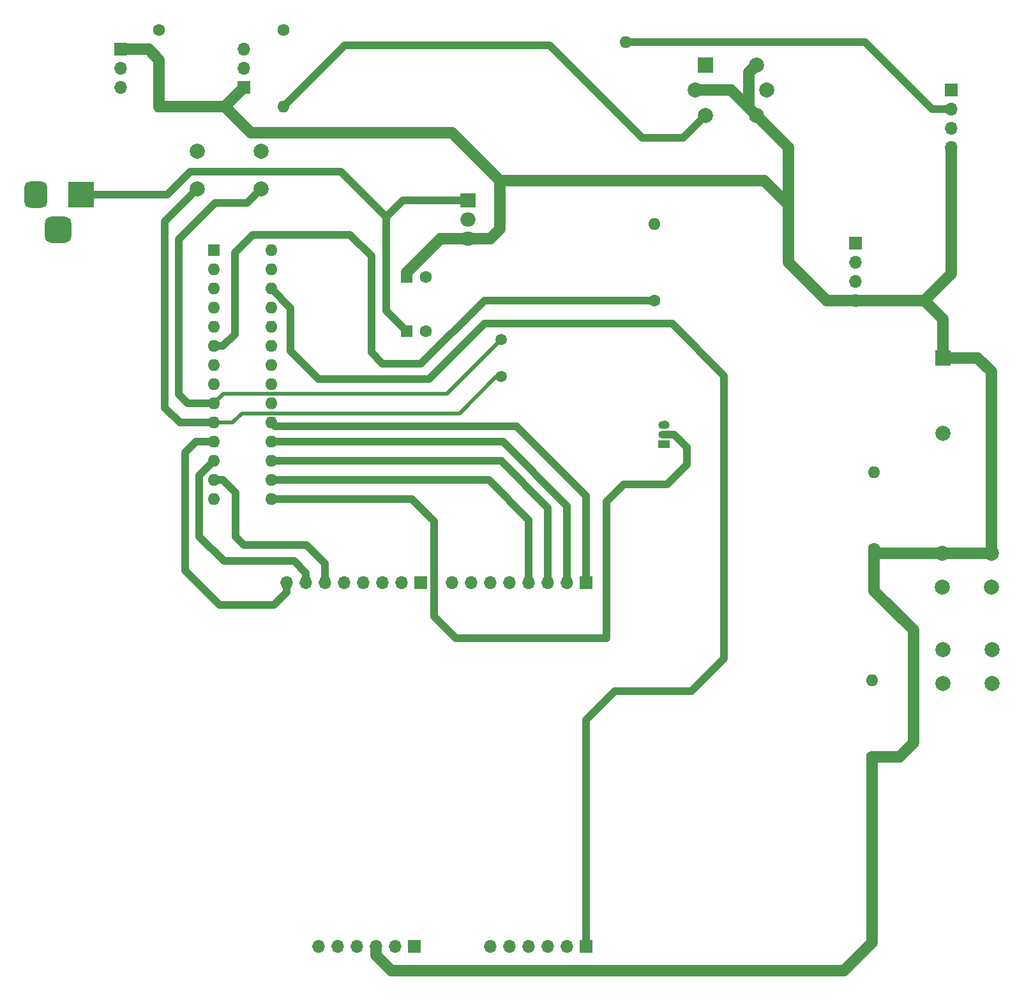
<source format=gbr>
%TF.GenerationSoftware,KiCad,Pcbnew,(6.0.7)*%
%TF.CreationDate,2022-11-30T09:47:03-03:00*%
%TF.ProjectId,E3_Gas_Leak_Safety_System,45335f47-6173-45f4-9c65-616b5f536166,rev?*%
%TF.SameCoordinates,Original*%
%TF.FileFunction,Copper,L1,Top*%
%TF.FilePolarity,Positive*%
%FSLAX46Y46*%
G04 Gerber Fmt 4.6, Leading zero omitted, Abs format (unit mm)*
G04 Created by KiCad (PCBNEW (6.0.7)) date 2022-11-30 09:47:03*
%MOMM*%
%LPD*%
G01*
G04 APERTURE LIST*
G04 Aperture macros list*
%AMRoundRect*
0 Rectangle with rounded corners*
0 $1 Rounding radius*
0 $2 $3 $4 $5 $6 $7 $8 $9 X,Y pos of 4 corners*
0 Add a 4 corners polygon primitive as box body*
4,1,4,$2,$3,$4,$5,$6,$7,$8,$9,$2,$3,0*
0 Add four circle primitives for the rounded corners*
1,1,$1+$1,$2,$3*
1,1,$1+$1,$4,$5*
1,1,$1+$1,$6,$7*
1,1,$1+$1,$8,$9*
0 Add four rect primitives between the rounded corners*
20,1,$1+$1,$2,$3,$4,$5,0*
20,1,$1+$1,$4,$5,$6,$7,0*
20,1,$1+$1,$6,$7,$8,$9,0*
20,1,$1+$1,$8,$9,$2,$3,0*%
G04 Aperture macros list end*
%TA.AperFunction,ComponentPad*%
%ADD10R,2.000000X2.000000*%
%TD*%
%TA.AperFunction,ComponentPad*%
%ADD11C,2.000000*%
%TD*%
%TA.AperFunction,ComponentPad*%
%ADD12C,1.600000*%
%TD*%
%TA.AperFunction,ComponentPad*%
%ADD13O,1.600000X1.600000*%
%TD*%
%TA.AperFunction,ComponentPad*%
%ADD14R,3.500000X3.500000*%
%TD*%
%TA.AperFunction,ComponentPad*%
%ADD15RoundRect,0.750000X-0.750000X-1.000000X0.750000X-1.000000X0.750000X1.000000X-0.750000X1.000000X0*%
%TD*%
%TA.AperFunction,ComponentPad*%
%ADD16RoundRect,0.875000X-0.875000X-0.875000X0.875000X-0.875000X0.875000X0.875000X-0.875000X0.875000X0*%
%TD*%
%TA.AperFunction,ComponentPad*%
%ADD17R,1.700000X1.700000*%
%TD*%
%TA.AperFunction,ComponentPad*%
%ADD18O,1.700000X1.700000*%
%TD*%
%TA.AperFunction,ComponentPad*%
%ADD19R,1.600000X1.600000*%
%TD*%
%TA.AperFunction,ComponentPad*%
%ADD20R,2.000000X1.905000*%
%TD*%
%TA.AperFunction,ComponentPad*%
%ADD21O,2.000000X1.905000*%
%TD*%
%TA.AperFunction,ComponentPad*%
%ADD22R,1.500000X1.050000*%
%TD*%
%TA.AperFunction,ComponentPad*%
%ADD23O,1.500000X1.050000*%
%TD*%
%TA.AperFunction,ComponentPad*%
%ADD24C,1.500000*%
%TD*%
%TA.AperFunction,Conductor*%
%ADD25C,1.500000*%
%TD*%
%TA.AperFunction,Conductor*%
%ADD26C,1.000000*%
%TD*%
%TA.AperFunction,Conductor*%
%ADD27C,0.500000*%
%TD*%
%TA.AperFunction,Conductor*%
%ADD28C,0.250000*%
%TD*%
G04 APERTURE END LIST*
D10*
%TO.P,U3-MQ6,1,B1*%
%TO.N,MQ6_AI_In*%
X136340000Y-34740000D03*
D11*
%TO.P,U3-MQ6,2,VH+*%
%TO.N,VCC*%
X134950000Y-38100000D03*
%TO.P,U3-MQ6,3,B2*%
%TO.N,Net-(R3-Pad2)*%
X136340000Y-41460000D03*
%TO.P,U3-MQ6,4,A2*%
%TO.N,VCC*%
X143060000Y-41460000D03*
%TO.P,U3-MQ6,5,VH-*%
%TO.N,GND*%
X144450000Y-38100000D03*
%TO.P,U3-MQ6,6,A1*%
%TO.N,VCC*%
X143060000Y-34740000D03*
%TD*%
D12*
%TO.P,R1,1*%
%TO.N,Botao_ON{slash}OFF_DI_In*%
X129540000Y-66040000D03*
D13*
%TO.P,R1,2*%
%TO.N,GND*%
X129540000Y-55880000D03*
%TD*%
D11*
%TO.P,C2,1*%
%TO.N,GND*%
X77400000Y-46200000D03*
%TO.P,C2,2*%
%TO.N,XTAL1*%
X77400000Y-51200000D03*
%TD*%
D14*
%TO.P,J1,1*%
%TO.N,Net-(C3-Pad1)*%
X53500000Y-51942500D03*
D15*
%TO.P,J1,2*%
%TO.N,GND*%
X47500000Y-51942500D03*
D16*
%TO.P,J1,3*%
%TO.N,N/C*%
X50500000Y-56642500D03*
%TD*%
D12*
%TO.P,R5,1*%
%TO.N,VCC*%
X158700000Y-98980000D03*
D13*
%TO.P,R5,2*%
%TO.N,IR2_In*%
X158700000Y-88820000D03*
%TD*%
D12*
%TO.P,R4,1*%
%TO.N,VCC*%
X158400000Y-126580000D03*
D13*
%TO.P,R4,2*%
%TO.N,IR1_In*%
X158400000Y-116420000D03*
%TD*%
D12*
%TO.P,R2,1*%
%TO.N,unconnected-(R2-Pad1)*%
X63870000Y-30120000D03*
D13*
%TO.P,R2,2*%
%TO.N,VCC*%
X63870000Y-40280000D03*
%TD*%
D17*
%TO.P,J2-IR1,1,Pin_1*%
%TO.N,VCC*%
X58790000Y-32675000D03*
D18*
%TO.P,J2-IR1,2,Pin_2*%
%TO.N,GND*%
X58790000Y-35215000D03*
%TO.P,J2-IR1,3,Pin_3*%
%TO.N,IR1_In*%
X58790000Y-37755000D03*
%TD*%
D17*
%TO.P,J4-MQ7,1,Pin_1*%
%TO.N,unconnected-(J4-MQ7-Pad1)*%
X156210000Y-58420000D03*
D18*
%TO.P,J4-MQ7,2,Pin_2*%
%TO.N,MQ7_DI_In*%
X156210000Y-60960000D03*
%TO.P,J4-MQ7,3,Pin_3*%
%TO.N,GND*%
X156210000Y-63500000D03*
%TO.P,J4-MQ7,4,Pin_4*%
%TO.N,VCC*%
X156210000Y-66040000D03*
%TD*%
D17*
%TO.P,J8-LCD_Source1,1,Pin_1*%
%TO.N,unconnected-(J8-LCD_Source1-Pad1)*%
X97700000Y-151660000D03*
D18*
%TO.P,J8-LCD_Source1,2,Pin_2*%
%TO.N,unconnected-(J8-LCD_Source1-Pad2)*%
X95160000Y-151660000D03*
%TO.P,J8-LCD_Source1,3,Pin_3*%
%TO.N,VCC*%
X92620000Y-151660000D03*
%TO.P,J8-LCD_Source1,4,Pin_4*%
%TO.N,GND*%
X90080000Y-151660000D03*
%TO.P,J8-LCD_Source1,5,Pin_5*%
%TO.N,unconnected-(J8-LCD_Source1-Pad5)*%
X87540000Y-151660000D03*
%TO.P,J8-LCD_Source1,6,Pin_6*%
%TO.N,unconnected-(J8-LCD_Source1-Pad6)*%
X85000000Y-151660000D03*
%TD*%
D19*
%TO.P,C3,1*%
%TO.N,Net-(C3-Pad1)*%
X96700000Y-70100000D03*
D12*
%TO.P,C3,2*%
%TO.N,GND*%
X99200000Y-70100000D03*
%TD*%
D19*
%TO.P,C4,1*%
%TO.N,VCC*%
X96700000Y-62865000D03*
D12*
%TO.P,C4,2*%
%TO.N,GND*%
X99200000Y-62865000D03*
%TD*%
D13*
%TO.P,,80,PC4*%
%TO.N,MQ4_DI_In*%
X125730000Y-31750000D03*
%TD*%
D20*
%TO.P,U2,1,VI*%
%TO.N,Net-(C3-Pad1)*%
X104800000Y-52700000D03*
D21*
%TO.P,U2,2,GND*%
%TO.N,GND*%
X104800000Y-55240000D03*
%TO.P,U2,3,VO*%
%TO.N,VCC*%
X104800000Y-57780000D03*
%TD*%
D11*
%TO.P,J11-Reset1,1,Pin_1*%
%TO.N,GND*%
X174350000Y-112350000D03*
X167850000Y-112350000D03*
%TO.P,J11-Reset1,2,Pin_2*%
%TO.N,unconnected-(J11-Reset1-Pad2)*%
X167850000Y-116850000D03*
X174350000Y-116850000D03*
%TD*%
D17*
%TO.P,J7-LCD_Digital_Pins_1,1,Pin_1*%
%TO.N,BIT4_LCD_DI_Out*%
X120500000Y-103400000D03*
D18*
%TO.P,J7-LCD_Digital_Pins_1,2,Pin_2*%
%TO.N,BIT3_LCD_DI_Out*%
X117960000Y-103400000D03*
%TO.P,J7-LCD_Digital_Pins_1,3,Pin_3*%
%TO.N,BIT2_LCD_DI_Out*%
X115420000Y-103400000D03*
%TO.P,J7-LCD_Digital_Pins_1,4,Pin_4*%
%TO.N,BIT1_LCD_DI_Out*%
X112880000Y-103400000D03*
%TO.P,J7-LCD_Digital_Pins_1,5,Pin_5*%
%TO.N,unconnected-(J7-LCD_Digital_Pins_1-Pad5)*%
X110340000Y-103400000D03*
%TO.P,J7-LCD_Digital_Pins_1,6,Pin_6*%
%TO.N,unconnected-(J7-LCD_Digital_Pins_1-Pad6)*%
X107800000Y-103400000D03*
%TO.P,J7-LCD_Digital_Pins_1,7,Pin_7*%
%TO.N,unconnected-(J7-LCD_Digital_Pins_1-Pad7)*%
X105260000Y-103400000D03*
%TO.P,J7-LCD_Digital_Pins_1,8,Pin_8*%
%TO.N,unconnected-(J7-LCD_Digital_Pins_1-Pad8)*%
X102720000Y-103400000D03*
%TD*%
D10*
%TO.P,BZ1,1,-*%
%TO.N,VCC*%
X167800000Y-73600000D03*
D11*
%TO.P,BZ1,2,+*%
%TO.N,Net-(BZ1-Pad2)*%
X167800000Y-83600000D03*
%TD*%
D22*
%TO.P,Q1,1,S*%
%TO.N,GND*%
X130810000Y-85090000D03*
D23*
%TO.P,Q1,2,G*%
%TO.N,Buzzer_DI_Out*%
X130810000Y-83820000D03*
%TO.P,Q1,3,D*%
%TO.N,Net-(BZ1-Pad2)*%
X130810000Y-82550000D03*
%TD*%
D24*
%TO.P,Y1,1,1*%
%TO.N,XTAL1*%
X109220000Y-71210000D03*
%TO.P,Y1,2,2*%
%TO.N,XTAL2*%
X109220000Y-76110000D03*
%TD*%
D17*
%TO.P,J5-MQ4,1,Pin_1*%
%TO.N,unconnected-(J5-MQ4-Pad1)*%
X168910000Y-38100000D03*
D18*
%TO.P,J5-MQ4,2,Pin_2*%
%TO.N,MQ4_DI_In*%
X168910000Y-40640000D03*
%TO.P,J5-MQ4,3,Pin_3*%
%TO.N,GND*%
X168910000Y-43180000D03*
%TO.P,J5-MQ4,4,Pin_4*%
%TO.N,VCC*%
X168910000Y-45720000D03*
%TD*%
D11*
%TO.P,J10-Botton_On/Off1,1,Pin_1*%
%TO.N,VCC*%
X174250000Y-99550000D03*
X167750000Y-99550000D03*
%TO.P,J10-Botton_On/Off1,2,Pin_2*%
%TO.N,unconnected-(J10-Botton_On/Off1-Pad2)*%
X174250000Y-104050000D03*
X167750000Y-104050000D03*
%TD*%
D19*
%TO.P,U1,1,~{RESET}/PC6*%
%TO.N,Reset_DI_In*%
X71120000Y-59365000D03*
D13*
%TO.P,U1,2,PD0*%
%TO.N,unconnected-(U1-Pad2)*%
X71120000Y-61905000D03*
%TO.P,U1,3,PD1*%
%TO.N,unconnected-(U1-Pad3)*%
X71120000Y-64445000D03*
%TO.P,U1,4,PD2*%
%TO.N,IR1_In*%
X71120000Y-66985000D03*
%TO.P,U1,5,PD3*%
%TO.N,IR2_In*%
X71120000Y-69525000D03*
%TO.P,U1,6,PD4*%
%TO.N,Botao_ON{slash}OFF_DI_In*%
X71120000Y-72065000D03*
%TO.P,U1,7,VCC*%
%TO.N,VCC*%
X71120000Y-74605000D03*
%TO.P,U1,8,GND*%
%TO.N,GND*%
X71120000Y-77145000D03*
%TO.P,U1,9,XTAL1/PB6*%
%TO.N,XTAL1*%
X71120000Y-79685000D03*
%TO.P,U1,10,XTAL2/PB7*%
%TO.N,XTAL2*%
X71120000Y-82225000D03*
%TO.P,U1,11,PD5*%
%TO.N,RS_LCD_Out*%
X71120000Y-84765000D03*
%TO.P,U1,12,PD6*%
%TO.N,Enable_LCD_Out*%
X71120000Y-87305000D03*
%TO.P,U1,13,PD7*%
%TO.N,Ctrl_BackLight_LDC_Out*%
X71120000Y-89845000D03*
%TO.P,U1,14,PB0*%
%TO.N,unconnected-(U1-Pad14)*%
X71120000Y-92385000D03*
%TO.P,U1,15,PB1*%
%TO.N,Buzzer_DI_Out*%
X78740000Y-92385000D03*
%TO.P,U1,16,PB2*%
%TO.N,BIT1_LCD_DI_Out*%
X78740000Y-89845000D03*
%TO.P,U1,17,PB3*%
%TO.N,BIT2_LCD_DI_Out*%
X78740000Y-87305000D03*
%TO.P,U1,18,PB4*%
%TO.N,BIT3_LCD_DI_Out*%
X78740000Y-84765000D03*
%TO.P,U1,19,PB5*%
%TO.N,BIT4_LCD_DI_Out*%
X78740000Y-82225000D03*
%TO.P,U1,20,AVCC*%
%TO.N,VCC*%
X78740000Y-79685000D03*
%TO.P,U1,21,AREF*%
%TO.N,GND*%
X78740000Y-77145000D03*
%TO.P,U1,22,GND*%
X78740000Y-74605000D03*
%TO.P,U1,23,PC0*%
%TO.N,MQ6_AI_In*%
X78740000Y-72065000D03*
%TO.P,U1,24,PC1*%
%TO.N,MQ7_DI_In*%
X78740000Y-69525000D03*
%TO.P,U1,25,PC2*%
%TO.N,MQ4_DI_In*%
X78740000Y-66985000D03*
%TO.P,U1,26,PC3*%
%TO.N,LCD_AI_In*%
X78740000Y-64445000D03*
%TO.P,U1,27,PC4*%
%TO.N,unconnected-(U1-Pad27)*%
X78740000Y-61905000D03*
%TO.P,U1,28,PC5*%
%TO.N,unconnected-(U1-Pad28)*%
X78740000Y-59365000D03*
%TD*%
D17*
%TO.P,J3-IR2,1,Pin_1*%
%TO.N,VCC*%
X75100000Y-37740000D03*
D18*
%TO.P,J3-IR2,2,Pin_2*%
%TO.N,GND*%
X75100000Y-35200000D03*
%TO.P,J3-IR2,3,Pin_3*%
%TO.N,IR2_In*%
X75100000Y-32660000D03*
%TD*%
D11*
%TO.P,C1,1*%
%TO.N,GND*%
X68900000Y-46200000D03*
%TO.P,C1,2*%
%TO.N,XTAL2*%
X68900000Y-51200000D03*
%TD*%
D17*
%TO.P,J6-LCD_Digital_Pins_1,1,Pin_1*%
%TO.N,unconnected-(J6-LCD_Digital_Pins_1-Pad1)*%
X98590000Y-103400000D03*
D18*
%TO.P,J6-LCD_Digital_Pins_1,2,Pin_2*%
%TO.N,GND*%
X96050000Y-103400000D03*
%TO.P,J6-LCD_Digital_Pins_1,3,Pin_3*%
%TO.N,unconnected-(J6-LCD_Digital_Pins_1-Pad3)*%
X93510000Y-103400000D03*
%TO.P,J6-LCD_Digital_Pins_1,4,Pin_4*%
%TO.N,unconnected-(J6-LCD_Digital_Pins_1-Pad4)*%
X90970000Y-103400000D03*
%TO.P,J6-LCD_Digital_Pins_1,5,Pin_5*%
%TO.N,unconnected-(J6-LCD_Digital_Pins_1-Pad5)*%
X88430000Y-103400000D03*
%TO.P,J6-LCD_Digital_Pins_1,6,Pin_6*%
%TO.N,Ctrl_BackLight_LDC_Out*%
X85890000Y-103400000D03*
%TO.P,J6-LCD_Digital_Pins_1,7,Pin_7*%
%TO.N,Enable_LCD_Out*%
X83350000Y-103400000D03*
%TO.P,J6-LCD_Digital_Pins_1,8,Pin_8*%
%TO.N,RS_LCD_Out*%
X80810000Y-103400000D03*
%TD*%
D12*
%TO.P,R3,1*%
%TO.N,GND*%
X80380000Y-30120000D03*
D13*
%TO.P,R3,2*%
%TO.N,Net-(R3-Pad2)*%
X80380000Y-40280000D03*
%TD*%
D17*
%TO.P,J9-LCD_Analog_Pins1,1,Pin_1*%
%TO.N,LCD_AI_In*%
X120500000Y-151660000D03*
D18*
%TO.P,J9-LCD_Analog_Pins1,2,Pin_2*%
%TO.N,unconnected-(J9-LCD_Analog_Pins1-Pad2)*%
X117960000Y-151660000D03*
%TO.P,J9-LCD_Analog_Pins1,3,Pin_3*%
%TO.N,unconnected-(J9-LCD_Analog_Pins1-Pad3)*%
X115420000Y-151660000D03*
%TO.P,J9-LCD_Analog_Pins1,4,Pin_4*%
%TO.N,unconnected-(J9-LCD_Analog_Pins1-Pad4)*%
X112880000Y-151660000D03*
%TO.P,J9-LCD_Analog_Pins1,5,Pin_5*%
%TO.N,unconnected-(J9-LCD_Analog_Pins1-Pad5)*%
X110340000Y-151660000D03*
%TO.P,J9-LCD_Analog_Pins1,6,Pin_6*%
%TO.N,unconnected-(J9-LCD_Analog_Pins1-Pad6)*%
X107800000Y-151660000D03*
%TD*%
D25*
%TO.N,VCC*%
X172400000Y-73600000D02*
X174250000Y-75450000D01*
X154700000Y-154900000D02*
X94657919Y-154900000D01*
X102720000Y-43720000D02*
X109100000Y-50100000D01*
X109100000Y-50100000D02*
X144080000Y-50100000D01*
X158400000Y-126580000D02*
X158400000Y-151200000D01*
X72560000Y-40280000D02*
X75100000Y-37740000D01*
X63870000Y-34070000D02*
X62475000Y-32675000D01*
X174250000Y-75450000D02*
X174250000Y-99550000D01*
X63870000Y-40280000D02*
X63870000Y-34070000D01*
X158400000Y-151200000D02*
X154700000Y-154900000D01*
X167750000Y-99550000D02*
X159270000Y-99550000D01*
X102720000Y-43720000D02*
X76000000Y-43720000D01*
X152400000Y-66040000D02*
X147320000Y-60960000D01*
X144080000Y-50100000D02*
X147320000Y-53340000D01*
X63880000Y-40290000D02*
X63870000Y-40280000D01*
X147320000Y-45720000D02*
X143060000Y-41460000D01*
X165340000Y-66040000D02*
X168910000Y-62470000D01*
X109100000Y-50100000D02*
X109100000Y-56500000D01*
X139700000Y-38100000D02*
X143060000Y-41460000D01*
X94657919Y-154900000D02*
X92620000Y-152862081D01*
X107820000Y-57780000D02*
X104800000Y-57780000D01*
X163900000Y-124700000D02*
X162020000Y-126580000D01*
X142060000Y-35740000D02*
X143060000Y-34740000D01*
X96700000Y-62865000D02*
X96700000Y-62300000D01*
X142060000Y-40460000D02*
X142060000Y-35740000D01*
X163900000Y-109700000D02*
X163900000Y-124700000D01*
X62475000Y-32675000D02*
X58790000Y-32675000D01*
X101220000Y-57780000D02*
X96700000Y-62300000D01*
X168910000Y-62470000D02*
X168910000Y-45720000D01*
X134950000Y-38100000D02*
X139700000Y-38100000D01*
X147320000Y-53340000D02*
X147320000Y-45720000D01*
X92620000Y-151660000D02*
X92620000Y-152862081D01*
X158700000Y-98980000D02*
X158700000Y-104500000D01*
X162020000Y-126580000D02*
X158400000Y-126580000D01*
X104800000Y-57780000D02*
X101220000Y-57780000D01*
X75100000Y-37740000D02*
X75105585Y-37740000D01*
X156210000Y-66040000D02*
X152400000Y-66040000D01*
X159270000Y-99550000D02*
X158700000Y-98980000D01*
X76000000Y-43720000D02*
X72560000Y-40280000D01*
X167800000Y-73600000D02*
X172400000Y-73600000D01*
X147320000Y-60960000D02*
X147320000Y-53340000D01*
X165340000Y-66040000D02*
X167800000Y-68500000D01*
X109100000Y-56500000D02*
X107820000Y-57780000D01*
X156210000Y-66040000D02*
X165340000Y-66040000D01*
X174250000Y-99550000D02*
X167750000Y-99550000D01*
X63870000Y-40280000D02*
X72560000Y-40280000D01*
X167800000Y-68500000D02*
X167800000Y-73600000D01*
X143060000Y-41460000D02*
X142060000Y-40460000D01*
X158700000Y-104500000D02*
X163900000Y-109700000D01*
D26*
%TO.N,Net-(BZ1-Pad2)*%
X130890000Y-82470000D02*
X130810000Y-82550000D01*
D27*
%TO.N,XTAL2*%
X74825000Y-80975000D02*
X73575000Y-82225000D01*
D26*
X64600000Y-55500000D02*
X64600000Y-80200000D01*
D27*
X73575000Y-82225000D02*
X71120000Y-82225000D01*
X103725000Y-80975000D02*
X74825000Y-80975000D01*
D26*
X68900000Y-51200000D02*
X64600000Y-55500000D01*
X64600000Y-80200000D02*
X66625000Y-82225000D01*
X66625000Y-82225000D02*
X71120000Y-82225000D01*
D27*
X109220000Y-76110000D02*
X108590000Y-76110000D01*
X108590000Y-76110000D02*
X103725000Y-80975000D01*
D26*
%TO.N,XTAL1*%
X67685000Y-79685000D02*
X71120000Y-79685000D01*
X66500000Y-57900000D02*
X66500000Y-78500000D01*
D27*
X109220000Y-71210000D02*
X102030000Y-78400000D01*
D26*
X77400000Y-51200000D02*
X75500000Y-53100000D01*
X75500000Y-53100000D02*
X71300000Y-53100000D01*
D27*
X72405000Y-78400000D02*
X102030000Y-78400000D01*
D26*
X66500000Y-78500000D02*
X67685000Y-79685000D01*
X71300000Y-53100000D02*
X66500000Y-57900000D01*
D27*
X72405000Y-78400000D02*
X71120000Y-79685000D01*
D26*
%TO.N,Net-(C3-Pad1)*%
X94000000Y-67400000D02*
X96700000Y-70100000D01*
X94000000Y-54900000D02*
X96200000Y-52700000D01*
X64957500Y-51942500D02*
X68000000Y-48900000D01*
X96200000Y-52700000D02*
X104800000Y-52700000D01*
X68000000Y-48900000D02*
X88000000Y-48900000D01*
X53500000Y-51942500D02*
X64957500Y-51942500D01*
X88000000Y-48900000D02*
X94000000Y-54900000D01*
X94000000Y-54900000D02*
X94000000Y-67400000D01*
%TO.N,MQ4_DI_In*%
X125730000Y-31750000D02*
X157480000Y-31750000D01*
X166370000Y-40640000D02*
X168910000Y-40640000D01*
X157480000Y-31750000D02*
X166370000Y-40640000D01*
%TO.N,Ctrl_BackLight_LDC_Out*%
X75100000Y-98400000D02*
X74000000Y-97300000D01*
X85890000Y-103400000D02*
X85890000Y-100890000D01*
X74000000Y-91510000D02*
X72335000Y-89845000D01*
X74000000Y-97300000D02*
X74000000Y-91510000D01*
X71120000Y-89845000D02*
X72335000Y-89845000D01*
X85890000Y-100890000D02*
X83400000Y-98400000D01*
X83400000Y-98400000D02*
X75100000Y-98400000D01*
%TO.N,Enable_LCD_Out*%
X72500000Y-100600000D02*
X81800000Y-100600000D01*
X69200000Y-97300000D02*
X72500000Y-100600000D01*
X81800000Y-100600000D02*
X83350000Y-102150000D01*
X71120000Y-87305000D02*
X69200000Y-89225000D01*
X69200000Y-89225000D02*
X69200000Y-97300000D01*
X83350000Y-102150000D02*
X83350000Y-103400000D01*
%TO.N,RS_LCD_Out*%
X68735000Y-84765000D02*
X67300000Y-86200000D01*
X71120000Y-84765000D02*
X68735000Y-84765000D01*
X71900000Y-106400000D02*
X79100000Y-106400000D01*
X79100000Y-106400000D02*
X80810000Y-104690000D01*
X67300000Y-101800000D02*
X71900000Y-106400000D01*
X80810000Y-104690000D02*
X80810000Y-103400000D01*
X67300000Y-86200000D02*
X67300000Y-101800000D01*
%TO.N,BIT4_LCD_DI_Out*%
X78740000Y-82225000D02*
X79215000Y-82700000D01*
X111300000Y-82700000D02*
X120500000Y-91900000D01*
X120500000Y-91900000D02*
X120500000Y-103400000D01*
X79215000Y-82700000D02*
X111300000Y-82700000D01*
%TO.N,BIT3_LCD_DI_Out*%
X117960000Y-93260000D02*
X117960000Y-103400000D01*
X109465000Y-84765000D02*
X117960000Y-93260000D01*
X78740000Y-84765000D02*
X109465000Y-84765000D01*
%TO.N,BIT2_LCD_DI_Out*%
X78740000Y-87305000D02*
X109205000Y-87305000D01*
X109205000Y-87305000D02*
X115420000Y-93520000D01*
X115420000Y-93520000D02*
X115420000Y-103400000D01*
%TO.N,BIT1_LCD_DI_Out*%
X107645000Y-89845000D02*
X112900000Y-95100000D01*
D28*
X112900000Y-95100000D02*
X112880000Y-95120000D01*
D26*
X112880000Y-95120000D02*
X112880000Y-103400000D01*
X78740000Y-89845000D02*
X107645000Y-89845000D01*
%TO.N,LCD_AI_In*%
X81300000Y-67005000D02*
X81300000Y-72700000D01*
D28*
X138800000Y-76300000D02*
X138800000Y-76200000D01*
D26*
X120500000Y-121600000D02*
X120500000Y-151660000D01*
X85000000Y-76400000D02*
X99700000Y-76400000D01*
X138800000Y-113500000D02*
X134500000Y-117800000D01*
X81300000Y-72700000D02*
X85000000Y-76400000D01*
X78740000Y-64445000D02*
X81300000Y-67005000D01*
X124300000Y-117800000D02*
X120500000Y-121600000D01*
X131900000Y-69100000D02*
X138800000Y-76000000D01*
X134500000Y-117800000D02*
X124300000Y-117800000D01*
X138800000Y-76000000D02*
X138800000Y-113500000D01*
X99700000Y-76400000D02*
X107000000Y-69100000D01*
X107000000Y-69100000D02*
X131900000Y-69100000D01*
%TO.N,Buzzer_DI_Out*%
X132215000Y-83820000D02*
X130810000Y-83820000D01*
X78740000Y-92385000D02*
X97385000Y-92385000D01*
X100300000Y-107900000D02*
X103200000Y-110800000D01*
X131270000Y-90430000D02*
X133900000Y-87800000D01*
X133900000Y-87800000D02*
X133900000Y-85505000D01*
X97385000Y-92385000D02*
X100300000Y-95300000D01*
X133900000Y-85505000D02*
X132215000Y-83820000D01*
X100300000Y-95300000D02*
X100300000Y-107900000D01*
X123200000Y-110800000D02*
X123200000Y-92700000D01*
X125470000Y-90430000D02*
X131270000Y-90430000D01*
X123200000Y-92700000D02*
X125470000Y-90430000D01*
X103200000Y-110800000D02*
X123200000Y-110800000D01*
%TO.N,Botao_ON{slash}OFF_DI_In*%
X118440000Y-66040000D02*
X129540000Y-66040000D01*
X107000000Y-66000000D02*
X118400000Y-66000000D01*
X71120000Y-72065000D02*
X72335000Y-72065000D01*
X89200000Y-57300000D02*
X92000000Y-60100000D01*
X92000000Y-60100000D02*
X92000000Y-72900000D01*
X73900000Y-59700000D02*
X76300000Y-57300000D01*
X93500000Y-74400000D02*
X98600000Y-74400000D01*
X92000000Y-72900000D02*
X93500000Y-74400000D01*
X72335000Y-72065000D02*
X73900000Y-70500000D01*
X98600000Y-74400000D02*
X107000000Y-66000000D01*
X73900000Y-70500000D02*
X73900000Y-59700000D01*
X76300000Y-57300000D02*
X89200000Y-57300000D01*
X118400000Y-66000000D02*
X118440000Y-66040000D01*
%TO.N,Net-(R3-Pad2)*%
X133350000Y-44450000D02*
X136340000Y-41460000D01*
X88520000Y-32140000D02*
X80380000Y-40280000D01*
X115640000Y-32140000D02*
X88520000Y-32140000D01*
X115640000Y-32140000D02*
X127950000Y-44450000D01*
X127950000Y-44450000D02*
X133350000Y-44450000D01*
%TD*%
M02*

</source>
